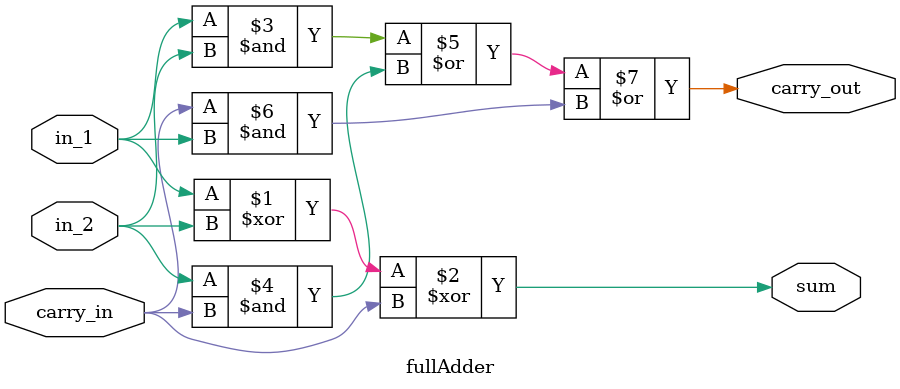
<source format=sv>
module fullAdder(
    input in_1, 
    input in_2, 
    input carry_in, 
    output sum, 
    output carry_out
);

assign sum = in_1 ^ in_2 ^ carry_in;
assign carry_out = (in_1 & in_2) | (in_2 & carry_in) | (carry_in & in_1);

endmodule
</source>
